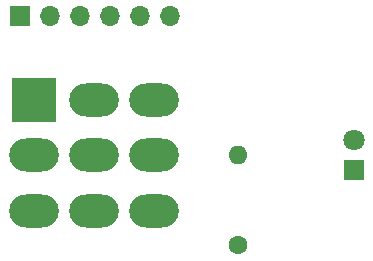
<source format=gbr>
%TF.GenerationSoftware,KiCad,Pcbnew,(6.0.9-0)*%
%TF.CreationDate,2024-03-23T13:24:56+01:00*%
%TF.ProjectId,pt-delay-minima-footswitch,70742d64-656c-4617-992d-6d696e696d61,rev?*%
%TF.SameCoordinates,Original*%
%TF.FileFunction,Soldermask,Bot*%
%TF.FilePolarity,Negative*%
%FSLAX46Y46*%
G04 Gerber Fmt 4.6, Leading zero omitted, Abs format (unit mm)*
G04 Created by KiCad (PCBNEW (6.0.9-0)) date 2024-03-23 13:24:56*
%MOMM*%
%LPD*%
G01*
G04 APERTURE LIST*
%ADD10R,3.816000X3.816000*%
%ADD11O,4.200000X2.800000*%
%ADD12R,1.700000X1.700000*%
%ADD13O,1.700000X1.700000*%
%ADD14R,1.800000X1.800000*%
%ADD15C,1.800000*%
%ADD16C,1.600000*%
%ADD17O,1.600000X1.600000*%
G04 APERTURE END LIST*
D10*
%TO.C,SW1*%
X45200000Y-50800000D03*
D11*
X45200000Y-55500000D03*
X45200000Y-60200000D03*
X50280000Y-50800000D03*
X50280000Y-55500000D03*
X50280000Y-60200000D03*
X55360000Y-50800000D03*
X55360000Y-55500000D03*
X55360000Y-60200000D03*
%TD*%
D12*
%TO.C,J1*%
X44018000Y-43688000D03*
D13*
X46558000Y-43688000D03*
X49098000Y-43688000D03*
X51638000Y-43688000D03*
X54178000Y-43688000D03*
X56718000Y-43688000D03*
%TD*%
D14*
%TO.C,D1*%
X72280000Y-56770000D03*
D15*
X72280000Y-54230000D03*
%TD*%
D16*
%TO.C,R1*%
X62484000Y-63119000D03*
D17*
X62484000Y-55499000D03*
%TD*%
M02*

</source>
